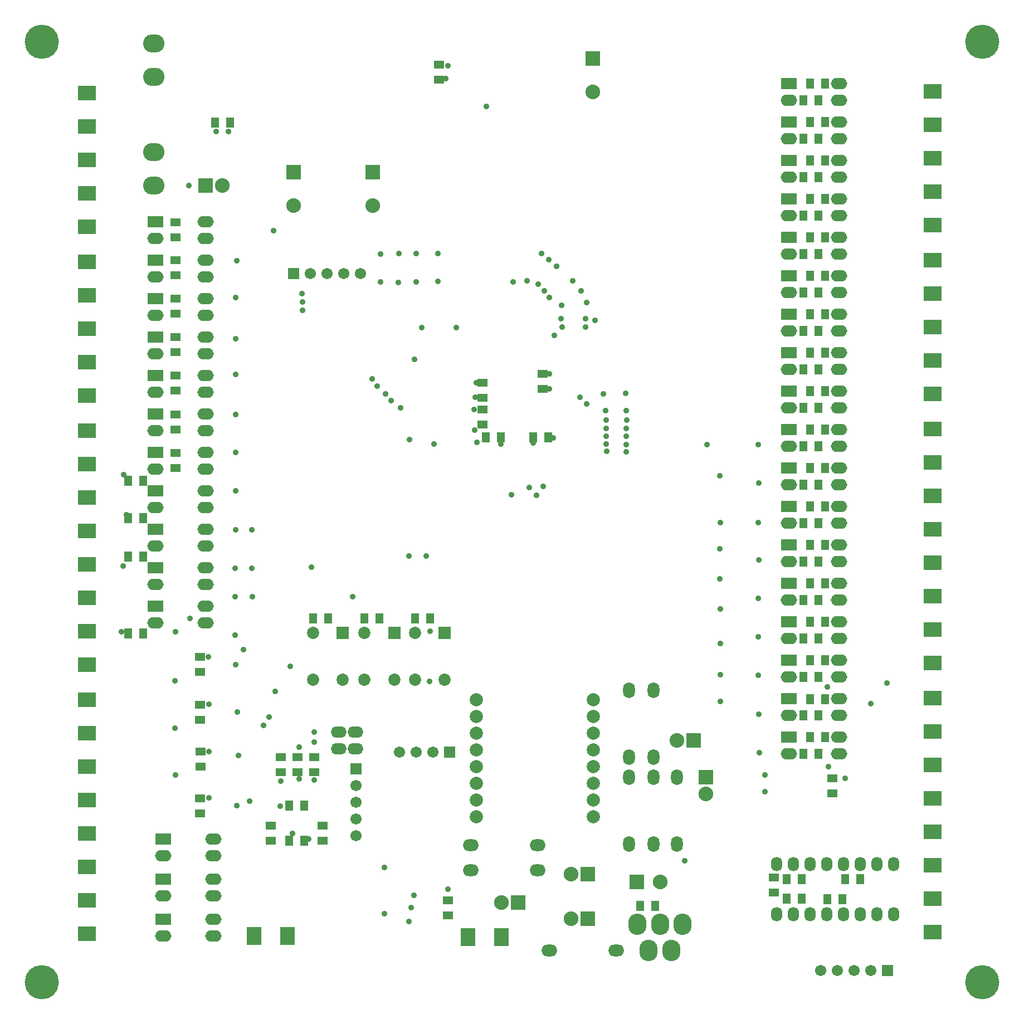
<source format=gbs>
G04*
G04 #@! TF.GenerationSoftware,Altium Limited,Altium Designer,21.0.8 (223)*
G04*
G04 Layer_Color=16711935*
%FSTAX24Y24*%
%MOIN*%
G70*
G04*
G04 #@! TF.SameCoordinates,8A4C6F49-4F26-47D5-9FDB-2FD25450CC73*
G04*
G04*
G04 #@! TF.FilePolarity,Negative*
G04*
G01*
G75*
%ADD45R,0.0474X0.0630*%
%ADD47R,0.0630X0.0474*%
%ADD66O,0.0671X0.0867*%
%ADD67O,0.0671X0.0867*%
%ADD68R,0.0980X0.0680*%
%ADD69O,0.0980X0.0680*%
%ADD70R,0.0867X0.1064*%
%ADD71R,0.1064X0.0867*%
%ADD72O,0.1080X0.1280*%
%ADD73C,0.0880*%
%ADD74R,0.0880X0.0880*%
%ADD75C,0.0730*%
%ADD76R,0.0730X0.0730*%
%ADD77R,0.0880X0.0880*%
%ADD78C,0.2049*%
%ADD79O,0.0940X0.0680*%
%ADD80C,0.0789*%
%ADD81R,0.0671X0.0671*%
%ADD82C,0.0671*%
%ADD83O,0.0710X0.0946*%
%ADD84O,0.1280X0.1080*%
%ADD85O,0.0946X0.0710*%
%ADD86R,0.0671X0.0671*%
%ADD87C,0.0356*%
D45*
X0505Y0147D02*
D03*
X0514D02*
D03*
X04805Y014734D02*
D03*
X04895D02*
D03*
X04995Y0234D02*
D03*
X04905D02*
D03*
X04945Y0244D02*
D03*
X05035D02*
D03*
X04995Y0257D02*
D03*
X04905D02*
D03*
X04945Y026684D02*
D03*
X05035D02*
D03*
X04995Y028D02*
D03*
X04905D02*
D03*
X04945Y029D02*
D03*
X05035D02*
D03*
X04995Y0303D02*
D03*
X04905D02*
D03*
X04945Y0313D02*
D03*
X05035D02*
D03*
X04995Y0326D02*
D03*
X04905D02*
D03*
X04945Y0336D02*
D03*
X05035D02*
D03*
X04995Y0349D02*
D03*
X04905D02*
D03*
X04945Y0359D02*
D03*
X05035D02*
D03*
X04995Y0372D02*
D03*
X04905D02*
D03*
X04945Y0382D02*
D03*
X05035D02*
D03*
X04995Y0395D02*
D03*
X04905D02*
D03*
X04945Y0405D02*
D03*
X05035D02*
D03*
X04995Y0418D02*
D03*
X04905D02*
D03*
X04945Y0428D02*
D03*
X05035D02*
D03*
X04995Y0441D02*
D03*
X04905D02*
D03*
X04945Y0451D02*
D03*
X05035D02*
D03*
X04995Y0464D02*
D03*
X04905D02*
D03*
X04945Y0474D02*
D03*
X05035D02*
D03*
X04995Y0487D02*
D03*
X04905D02*
D03*
X04945Y0497D02*
D03*
X05035D02*
D03*
X04995Y051D02*
D03*
X04905D02*
D03*
X04945Y052D02*
D03*
X05035D02*
D03*
X04995Y0533D02*
D03*
X04905D02*
D03*
X04945Y0543D02*
D03*
X05035D02*
D03*
X04995Y0556D02*
D03*
X04905D02*
D03*
X04945Y0566D02*
D03*
X05035D02*
D03*
X04995Y0579D02*
D03*
X04905D02*
D03*
X04945Y0589D02*
D03*
X05035D02*
D03*
X04995Y0602D02*
D03*
X04905D02*
D03*
X04945Y0612D02*
D03*
X05035D02*
D03*
X04995Y0625D02*
D03*
X04905D02*
D03*
X04945Y0635D02*
D03*
X05035D02*
D03*
X00955Y0352D02*
D03*
X00865D02*
D03*
X033781Y04235D02*
D03*
X032881D02*
D03*
X01386Y061191D02*
D03*
X01476D02*
D03*
X03095Y04235D02*
D03*
X03005D02*
D03*
X00865Y03975D02*
D03*
X00955D02*
D03*
X01972Y0315D02*
D03*
X02062D02*
D03*
X02281D02*
D03*
X02371D02*
D03*
X02582D02*
D03*
X02672D02*
D03*
X0183Y0182D02*
D03*
X0192D02*
D03*
X0402Y0143D02*
D03*
X0393D02*
D03*
X0183Y0203D02*
D03*
X0192D02*
D03*
X051547Y0159D02*
D03*
X052447D02*
D03*
X04895D02*
D03*
X04805D02*
D03*
X00865Y0306D02*
D03*
X00955D02*
D03*
X00865Y0375D02*
D03*
X00955D02*
D03*
D47*
X0115Y0414D02*
D03*
Y0405D02*
D03*
Y0437D02*
D03*
Y0428D02*
D03*
X01151Y04605D02*
D03*
Y04515D02*
D03*
X0115Y05295D02*
D03*
Y05205D02*
D03*
Y0552D02*
D03*
Y0543D02*
D03*
X0473Y0151D02*
D03*
Y016D02*
D03*
X0508Y02105D02*
D03*
Y02195D02*
D03*
X03345Y04615D02*
D03*
Y04525D02*
D03*
X02985Y0447D02*
D03*
Y0456D02*
D03*
Y0431D02*
D03*
Y044D02*
D03*
X02725Y06375D02*
D03*
Y06465D02*
D03*
X0278Y01375D02*
D03*
Y01465D02*
D03*
X02029Y0182D02*
D03*
Y0191D02*
D03*
X01721Y0191D02*
D03*
Y0182D02*
D03*
X01779Y0232D02*
D03*
Y0223D02*
D03*
X01881Y0223D02*
D03*
Y0232D02*
D03*
X01979Y0232D02*
D03*
Y0223D02*
D03*
X01295Y02075D02*
D03*
Y01985D02*
D03*
X013Y02355D02*
D03*
Y02265D02*
D03*
X01295Y0292D02*
D03*
Y0283D02*
D03*
Y02635D02*
D03*
Y02545D02*
D03*
X01151Y04975D02*
D03*
Y05065D02*
D03*
Y04745D02*
D03*
Y04835D02*
D03*
D66*
X047447Y013799D02*
D03*
D67*
X048447D02*
D03*
X049447D02*
D03*
X050447D02*
D03*
X051447D02*
D03*
X052447D02*
D03*
X053447D02*
D03*
X054447D02*
D03*
Y016799D02*
D03*
X053447D02*
D03*
X052447D02*
D03*
X051447D02*
D03*
X050447D02*
D03*
X049447D02*
D03*
X048447D02*
D03*
X047447D02*
D03*
D68*
X0482Y0244D02*
D03*
Y0267D02*
D03*
Y029D02*
D03*
Y0313D02*
D03*
Y0336D02*
D03*
Y0359D02*
D03*
Y0382D02*
D03*
Y0428D02*
D03*
Y0451D02*
D03*
Y0474D02*
D03*
Y0497D02*
D03*
Y052D02*
D03*
Y0543D02*
D03*
Y0566D02*
D03*
Y0589D02*
D03*
Y0612D02*
D03*
Y0635D02*
D03*
X0103Y05525D02*
D03*
Y05295D02*
D03*
Y05065D02*
D03*
Y04835D02*
D03*
Y04605D02*
D03*
Y04375D02*
D03*
Y04145D02*
D03*
Y03915D02*
D03*
Y03685D02*
D03*
Y03455D02*
D03*
Y03225D02*
D03*
X01075Y0159D02*
D03*
X01075Y0183D02*
D03*
Y013525D02*
D03*
X0482Y0405D02*
D03*
D69*
Y0234D02*
D03*
X0512D02*
D03*
Y0244D02*
D03*
X0482Y0257D02*
D03*
X0512D02*
D03*
Y0267D02*
D03*
X0482Y028D02*
D03*
X0512D02*
D03*
Y029D02*
D03*
X0482Y0303D02*
D03*
X0512D02*
D03*
Y0313D02*
D03*
X0482Y0326D02*
D03*
X0512D02*
D03*
Y0336D02*
D03*
X0482Y0349D02*
D03*
X0512D02*
D03*
Y0359D02*
D03*
X0482Y0372D02*
D03*
X0512D02*
D03*
Y0382D02*
D03*
X0482Y0418D02*
D03*
X0512D02*
D03*
Y0428D02*
D03*
X0482Y0441D02*
D03*
X0512D02*
D03*
Y0451D02*
D03*
X0482Y0464D02*
D03*
X0512D02*
D03*
Y0474D02*
D03*
X0482Y0487D02*
D03*
X0512D02*
D03*
Y0497D02*
D03*
X0482Y051D02*
D03*
X0512D02*
D03*
Y052D02*
D03*
X0482Y0533D02*
D03*
X0512D02*
D03*
Y0543D02*
D03*
X0482Y0556D02*
D03*
X0512D02*
D03*
Y0566D02*
D03*
X0482Y0579D02*
D03*
X0512D02*
D03*
Y0589D02*
D03*
X0482Y0602D02*
D03*
X0512D02*
D03*
Y0612D02*
D03*
X0482Y0625D02*
D03*
X0512D02*
D03*
Y0635D02*
D03*
X0133Y05525D02*
D03*
Y05425D02*
D03*
X0103D02*
D03*
Y05195D02*
D03*
X0133D02*
D03*
Y05295D02*
D03*
X0103Y04965D02*
D03*
X0133D02*
D03*
Y05065D02*
D03*
X0103Y04735D02*
D03*
X0133D02*
D03*
Y04835D02*
D03*
X0103Y04505D02*
D03*
X0133D02*
D03*
Y04605D02*
D03*
X0103Y04275D02*
D03*
X0133D02*
D03*
Y04375D02*
D03*
X0103Y04045D02*
D03*
X0133D02*
D03*
Y04145D02*
D03*
Y03915D02*
D03*
Y03815D02*
D03*
X0103D02*
D03*
Y03585D02*
D03*
X0133D02*
D03*
Y03685D02*
D03*
X0103Y03355D02*
D03*
X0133D02*
D03*
Y03455D02*
D03*
Y03225D02*
D03*
Y03125D02*
D03*
X0103D02*
D03*
X01075Y0149D02*
D03*
X01375D02*
D03*
Y0159D02*
D03*
X01075Y0173D02*
D03*
X01375D02*
D03*
Y0183D02*
D03*
X01075Y012525D02*
D03*
X01375D02*
D03*
Y013525D02*
D03*
X0512Y0405D02*
D03*
Y0395D02*
D03*
X0482D02*
D03*
D70*
X031Y01245D02*
D03*
X029D02*
D03*
X0182Y0125D02*
D03*
X0162D02*
D03*
D71*
X0062Y05085D02*
D03*
Y04885D02*
D03*
Y04485D02*
D03*
Y04685D02*
D03*
Y05285D02*
D03*
Y03475D02*
D03*
Y03275D02*
D03*
Y02875D02*
D03*
Y03075D02*
D03*
Y03875D02*
D03*
Y03675D02*
D03*
Y04075D02*
D03*
Y04275D02*
D03*
Y01865D02*
D03*
Y01665D02*
D03*
Y01265D02*
D03*
Y01465D02*
D03*
Y02265D02*
D03*
Y02065D02*
D03*
Y02465D02*
D03*
Y02665D02*
D03*
X0568Y05505D02*
D03*
Y06105D02*
D03*
Y06305D02*
D03*
Y05905D02*
D03*
Y05705D02*
D03*
Y012734D02*
D03*
Y014734D02*
D03*
Y018734D02*
D03*
Y016734D02*
D03*
Y024734D02*
D03*
Y026734D02*
D03*
Y022734D02*
D03*
Y020734D02*
D03*
Y028834D02*
D03*
Y030834D02*
D03*
Y034834D02*
D03*
Y032834D02*
D03*
Y040834D02*
D03*
Y042834D02*
D03*
Y038834D02*
D03*
Y036834D02*
D03*
Y04495D02*
D03*
Y05095D02*
D03*
Y05295D02*
D03*
Y04895D02*
D03*
Y04695D02*
D03*
X0062Y06295D02*
D03*
Y05695D02*
D03*
Y05495D02*
D03*
Y05895D02*
D03*
Y06095D02*
D03*
D72*
X039811Y01165D02*
D03*
X04115D02*
D03*
X039142Y013225D02*
D03*
X040481D02*
D03*
X041819D02*
D03*
D73*
X03515Y0162D02*
D03*
X01855Y0562D02*
D03*
X0233D02*
D03*
X03645Y063D02*
D03*
X0143Y0574D02*
D03*
X041489Y0242D02*
D03*
X031Y0145D02*
D03*
X043239Y021D02*
D03*
X040481Y01575D02*
D03*
X03515Y01355D02*
D03*
D74*
X03615Y0162D02*
D03*
X0133Y0574D02*
D03*
X042489Y0242D02*
D03*
X032Y0145D02*
D03*
X039081Y01575D02*
D03*
X03615Y01355D02*
D03*
D75*
X02582Y02785D02*
D03*
X0276D02*
D03*
X02582Y03065D02*
D03*
X01972D02*
D03*
X0215Y02785D02*
D03*
X01972D02*
D03*
X02281Y03065D02*
D03*
X02459Y02785D02*
D03*
X02281D02*
D03*
D76*
X0276Y03065D02*
D03*
X0215D02*
D03*
X02459D02*
D03*
D77*
X01855Y0582D02*
D03*
X0233D02*
D03*
X03645Y065D02*
D03*
X043239Y022D02*
D03*
D78*
X059777Y009728D02*
D03*
Y066027D02*
D03*
X003478D02*
D03*
Y009728D02*
D03*
D79*
X02225Y0237D02*
D03*
Y0247D02*
D03*
X02125Y0237D02*
D03*
Y0247D02*
D03*
D80*
X0295Y01965D02*
D03*
Y02065D02*
D03*
Y02165D02*
D03*
Y02265D02*
D03*
Y02365D02*
D03*
Y02465D02*
D03*
Y02565D02*
D03*
Y02665D02*
D03*
X0365D02*
D03*
Y02565D02*
D03*
Y02465D02*
D03*
Y02365D02*
D03*
Y02265D02*
D03*
Y02165D02*
D03*
Y02065D02*
D03*
Y01965D02*
D03*
D81*
X0541Y01045D02*
D03*
X01855Y05215D02*
D03*
X0279Y0235D02*
D03*
D82*
X0531Y01045D02*
D03*
X0521D02*
D03*
X0511D02*
D03*
X0501D02*
D03*
X02255Y05215D02*
D03*
X02155D02*
D03*
X02055D02*
D03*
X01955D02*
D03*
X0269Y0235D02*
D03*
X0259D02*
D03*
X0249D02*
D03*
X0223Y0185D02*
D03*
Y0195D02*
D03*
Y0205D02*
D03*
Y0215D02*
D03*
D83*
X038639Y0272D02*
D03*
Y0232D02*
D03*
X040089Y0272D02*
D03*
Y0232D02*
D03*
X041489Y022D02*
D03*
Y018D02*
D03*
X038639D02*
D03*
Y022D02*
D03*
X040089Y018D02*
D03*
Y022D02*
D03*
D84*
X0102Y0659D02*
D03*
Y0574D02*
D03*
Y0594D02*
D03*
Y0639D02*
D03*
D85*
X02915Y01645D02*
D03*
X03315D02*
D03*
X03385Y01165D02*
D03*
X03785D02*
D03*
X03315Y01795D02*
D03*
X02915D02*
D03*
D86*
X0223Y0225D02*
D03*
D87*
X00835Y03465D02*
D03*
X027188Y051666D02*
D03*
X0272Y05335D02*
D03*
X025902Y05165D02*
D03*
X0259Y05335D02*
D03*
X024836Y051616D02*
D03*
X02485Y05335D02*
D03*
X02375Y05165D02*
D03*
Y0533D02*
D03*
X04675Y02115D02*
D03*
X0357Y04475D02*
D03*
X04675Y02215D02*
D03*
X036087Y044343D02*
D03*
X01515Y0203D02*
D03*
X015936Y020594D02*
D03*
X0255Y0422D02*
D03*
X0258Y047D02*
D03*
X01525Y0233D02*
D03*
X0171Y0256D02*
D03*
X0152Y0259D02*
D03*
X01675Y0251D02*
D03*
X015096Y028746D02*
D03*
X0316Y0389D02*
D03*
X02545Y03525D02*
D03*
X01505Y0305D02*
D03*
X0221Y0328D02*
D03*
X01505D02*
D03*
X0161D02*
D03*
X01505Y0345D02*
D03*
X016046Y034519D02*
D03*
X0151Y0368D02*
D03*
X016052Y036801D02*
D03*
X0151Y03915D02*
D03*
X02495Y0441D02*
D03*
X0151Y04145D02*
D03*
X0244Y04455D02*
D03*
X0151Y0437D02*
D03*
X02405Y04495D02*
D03*
X0151Y0461D02*
D03*
X02355Y0454D02*
D03*
X02325Y04585D02*
D03*
X0151Y04825D02*
D03*
Y0507D02*
D03*
X0191Y04995D02*
D03*
X01515Y0529D02*
D03*
X0191Y05045D02*
D03*
X01735Y0547D02*
D03*
X01905Y05095D02*
D03*
X03455Y04945D02*
D03*
X036014Y049444D02*
D03*
X034586Y050228D02*
D03*
X0361Y0504D02*
D03*
X03415Y04845D02*
D03*
X0366Y04935D02*
D03*
X034614Y048929D02*
D03*
X036025Y048947D02*
D03*
X01778Y02178D02*
D03*
X0335Y0394D02*
D03*
X0198Y02185D02*
D03*
X033095Y038875D02*
D03*
X01745Y02715D02*
D03*
X0198Y0247D02*
D03*
X01835Y02865D02*
D03*
X0198Y0241D02*
D03*
X024Y01385D02*
D03*
Y0166D02*
D03*
X033824Y052975D02*
D03*
X032517Y051702D02*
D03*
X0317Y05165D02*
D03*
X033405Y05335D02*
D03*
X038472Y042412D02*
D03*
X046345Y028127D02*
D03*
X044091Y030016D02*
D03*
X037274Y042399D02*
D03*
X038468Y042879D02*
D03*
X04635Y0304D02*
D03*
X044105Y03208D02*
D03*
X037269Y042888D02*
D03*
X038489Y043378D02*
D03*
X044048Y033872D02*
D03*
X04635Y0327D02*
D03*
X037251Y043387D02*
D03*
X038455Y04395D02*
D03*
X0464Y035D02*
D03*
X04407Y035681D02*
D03*
X037225Y043939D02*
D03*
X0441Y03725D02*
D03*
X04635D02*
D03*
X037109Y04495D02*
D03*
X038442Y044969D02*
D03*
X0464Y0396D02*
D03*
X04405Y04005D02*
D03*
X04195Y017D02*
D03*
X04644Y023474D02*
D03*
X044093Y026535D02*
D03*
X038463Y041487D02*
D03*
X03728Y041507D02*
D03*
X019622Y034574D02*
D03*
X0265Y03525D02*
D03*
X043294Y041902D02*
D03*
X04635Y0419D02*
D03*
X033864Y0507D02*
D03*
X03575Y0511D02*
D03*
X03355D02*
D03*
X03525Y0517D02*
D03*
X0332Y0515D02*
D03*
X034298Y052574D02*
D03*
X038455Y041927D02*
D03*
X046399Y025793D02*
D03*
X044096Y028143D02*
D03*
X037274Y041949D02*
D03*
X0189Y021908D02*
D03*
Y0238D02*
D03*
X03265Y03935D02*
D03*
X025463Y013382D02*
D03*
X02575Y01495D02*
D03*
X0256Y0142D02*
D03*
X05055Y02265D02*
D03*
X0531Y0264D02*
D03*
X05405Y02765D02*
D03*
X0505Y027425D02*
D03*
X01945Y0183D02*
D03*
X0185Y01865D02*
D03*
X00825Y030725D02*
D03*
X00855Y0377D02*
D03*
X0084Y0401D02*
D03*
X029535Y042035D02*
D03*
X013924Y060635D02*
D03*
X02935Y044D02*
D03*
X0295Y0456D02*
D03*
X02765Y0638D02*
D03*
X0329Y042D02*
D03*
X03385Y04525D02*
D03*
X0123Y0574D02*
D03*
X011481Y030719D02*
D03*
X011458Y027792D02*
D03*
Y024942D02*
D03*
X0115Y022134D02*
D03*
X014647Y060657D02*
D03*
X0301Y06215D02*
D03*
X05155Y02195D02*
D03*
X013482Y020777D02*
D03*
X0135Y02355D02*
D03*
X017775Y020275D02*
D03*
X01235Y0315D02*
D03*
X01345Y0292D02*
D03*
X013479Y026386D02*
D03*
X027781Y064569D02*
D03*
X01555Y02965D02*
D03*
X026234Y048902D02*
D03*
X0278Y0153D02*
D03*
X0267Y02775D02*
D03*
X026718Y030728D02*
D03*
X026961Y04195D02*
D03*
X03095D02*
D03*
X029388Y042788D02*
D03*
X0341Y0423D02*
D03*
X029427Y044741D02*
D03*
X028298Y048902D02*
D03*
X03385Y04615D02*
D03*
M02*

</source>
